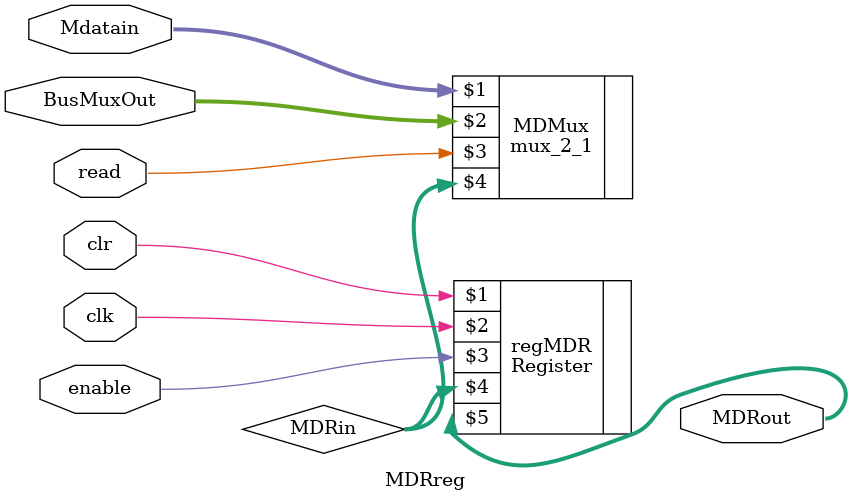
<source format=v>

module MDRreg (clr, clk, enable, Mdatain, BusMuxOut, read, MDRout);
    input clr, clk, enable, read;
    input [31:0] Mdatain, BusMuxOut;
    output [31:0] MDRout;

    wire [31:0] MDRin;
    mux_2_1 MDMux (Mdatain, BusMuxOut, read, MDRin);
    Register regMDR (clr, clk, enable, MDRin, MDRout);

endmodule




</source>
